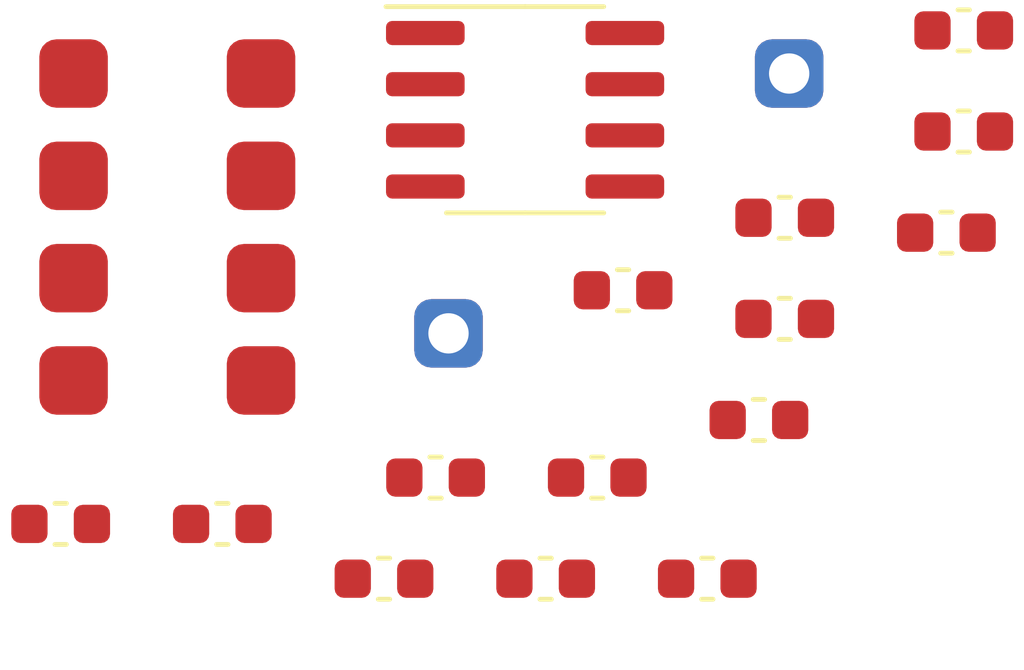
<source format=kicad_pcb>
(kicad_pcb (version 20211014) (generator pcbnew)
  (layers (0 "F.Cu" signal) (31 "B.Cu" signal) (34 "B.Paste" user) (35 "F.Paste" user) (36 "B.SilkS" user "B.Silkscreen") (37 "F.SilkS" user "F.Silkscreen") (38 "B.Mask" user) (39 "F.Mask" user) (44 "Edge.Cuts" user))
  (net 0 "")
  (net 1 "GND")
  (net 2 "Net-(C1-Pad2)")
  (net 3 "Net-(C2-Pad2)")
  (net 4 "Net-(C3-Pad2)")
  (net 5 "Net-(C4-Pad2)")
  (net 6 "Net-(C11-Pad2)")
  (net 7 "Net-(C12-Pad2)")
  (net 8 "Net-(C10-Pad1)")
  (net 9 "Net-(C10-Pad2)")
  (footprint "Capacitor_SMD:C_0603_1608Metric" (layer "F.Cu") (at 161.89 105.35)
    (fp_text reference "C13" hide)
    (fp_text value "C")
    (fp_line (start -0.14058 0.51) (end 0.14058 0.51) (layer "F.SilkS") (width 0.12))
    (fp_line (start -0.14058 -0.51) (end 0.14058 -0.51) (layer "F.SilkS") (width 0.12))
    (pad "1" smd roundrect locked (at -0.775 0) (size 0.9 0.95) (layers "F.Cu" "F.Paste" "F.Mask") (net 1 "GND"))
    (pad "2" smd roundrect locked (at 0.775 0) (size 0.9 0.95) (layers "F.Cu" "F.Paste" "F.Mask") (net 8 "Net-(C10-Pad1)"))
  )
  (footprint "Capacitor_SMD:C_0603_1608Metric" (layer "F.Cu") (at 168.25 91.74)
    (fp_text reference "C4" hide)
    (fp_text value "C")
    (fp_line (start -0.14058 -0.51) (end 0.14058 -0.51) (layer "F.SilkS") (width 0.12))
    (fp_line (start -0.14058 0.51) (end 0.14058 0.51) (layer "F.SilkS") (width 0.12))
    (pad "1" smd roundrect locked (at -0.775 0) (size 0.9 0.95) (layers "F.Cu" "F.Paste" "F.Mask") (net 1 "GND"))
    (pad "2" smd roundrect locked (at 0.775 0) (size 0.9 0.95) (layers "F.Cu" "F.Paste" "F.Mask") (net 5 "Net-(C4-Pad2)"))
  )
  (footprint "Connector_PinHeader_2.54mm:PinHeader_1x04_P2.54mm_Vertical" (layer "F.Cu") (at 150.82 92.81)
    (fp_text reference "J1" hide)
    (fp_text value "IO")
    (pad "1" smd roundrect (at 0 0) (size 1.7 1.7) (layers "F.Cu" "F.Paste" "F.Mask") (net 5 "Net-(C4-Pad2)"))
    (pad "2" smd roundrect (at 0 2.54) (size 1.7 1.7) (layers "F.Cu" "F.Paste" "F.Mask") (net 4 "Net-(C3-Pad2)"))
    (pad "3" smd roundrect (at 0 5.08) (size 1.7 1.7) (layers "F.Cu" "F.Paste" "F.Mask") (net 3 "Net-(C2-Pad2)"))
    (pad "4" smd roundrect (at 0 7.62) (size 1.7 1.7) (layers "F.Cu" "F.Paste" "F.Mask") (net 2 "Net-(C1-Pad2)"))
  )
  (footprint "Capacitor_SMD:C_0603_1608Metric" (layer "F.Cu") (at 168.25 94.25)
    (fp_text reference "C1" hide)
    (fp_text value "C")
    (fp_line (start -0.14058 -0.51) (end 0.14058 -0.51) (layer "F.SilkS") (width 0.12))
    (fp_line (start -0.14058 0.51) (end 0.14058 0.51) (layer "F.SilkS") (width 0.12))
    (pad "1" smd roundrect locked (at -0.775 0) (size 0.9 0.95) (layers "F.Cu" "F.Paste" "F.Mask") (net 1 "GND"))
    (pad "2" smd roundrect locked (at 0.775 0) (size 0.9 0.95) (layers "F.Cu" "F.Paste" "F.Mask") (net 2 "Net-(C1-Pad2)"))
  )
  (footprint "Capacitor_SMD:C_0603_1608Metric" (layer "F.Cu") (at 145.85 103.99)
    (fp_text reference "C11" hide)
    (fp_text value "C")
    (fp_line (start -0.14058 -0.51) (end 0.14058 -0.51) (layer "F.SilkS") (width 0.12))
    (fp_line (start -0.14058 0.51) (end 0.14058 0.51) (layer "F.SilkS") (width 0.12))
    (pad "1" smd roundrect locked (at -0.775 0) (size 0.9 0.95) (layers "F.Cu" "F.Paste" "F.Mask") (net 1 "GND"))
    (pad "2" smd roundrect locked (at 0.775 0) (size 0.9 0.95) (layers "F.Cu" "F.Paste" "F.Mask") (net 6 "Net-(C11-Pad2)"))
  )
  (footprint "Capacitor_SMD:C_0603_1608Metric" (layer "F.Cu") (at 163.17 101.41)
    (fp_text reference "C12" hide)
    (fp_text value "C")
    (fp_line (start -0.14058 0.51) (end 0.14058 0.51) (layer "F.SilkS") (width 0.12))
    (fp_line (start -0.14058 -0.51) (end 0.14058 -0.51) (layer "F.SilkS") (width 0.12))
    (pad "1" smd roundrect locked (at -0.775 0) (size 0.9 0.95) (layers "F.Cu" "F.Paste" "F.Mask") (net 1 "GND"))
    (pad "2" smd roundrect locked (at 0.775 0) (size 0.9 0.95) (layers "F.Cu" "F.Paste" "F.Mask") (net 7 "Net-(C12-Pad2)"))
  )
  (footprint "Capacitor_SMD:C_0603_1608Metric" (layer "F.Cu") (at 159.16 102.84)
    (fp_text reference "C14" hide)
    (fp_text value "C")
    (fp_line (start -0.14058 -0.51) (end 0.14058 -0.51) (layer "F.SilkS") (width 0.12))
    (fp_line (start -0.14058 0.51) (end 0.14058 0.51) (layer "F.SilkS") (width 0.12))
    (pad "1" smd roundrect locked (at -0.775 0) (size 0.9 0.95) (layers "F.Cu" "F.Paste" "F.Mask") (net 1 "GND"))
    (pad "2" smd roundrect locked (at 0.775 0) (size 0.9 0.95) (layers "F.Cu" "F.Paste" "F.Mask") (net 9 "Net-(C10-Pad2)"))
  )
  (footprint "Capacitor_SMD:C_0603_1608Metric" (layer "F.Cu") (at 167.82 96.76)
    (fp_text reference "C7" hide)
    (fp_text value "C")
    (fp_line (start -0.14058 -0.51) (end 0.14058 -0.51) (layer "F.SilkS") (width 0.12))
    (fp_line (start -0.14058 0.51) (end 0.14058 0.51) (layer "F.SilkS") (width 0.12))
    (pad "1" smd roundrect locked (at -0.775 0) (size 0.9 0.95) (layers "F.Cu" "F.Paste" "F.Mask") (net 4 "Net-(C3-Pad2)"))
    (pad "2" smd roundrect locked (at 0.775 0) (size 0.9 0.95) (layers "F.Cu" "F.Paste" "F.Mask") (net 5 "Net-(C4-Pad2)"))
  )
  (footprint "Capacitor_SMD:C_0603_1608Metric" (layer "F.Cu") (at 157.88 105.35)
    (fp_text reference "C3" hide)
    (fp_text value "C")
    (fp_line (start -0.14058 0.51) (end 0.14058 0.51) (layer "F.SilkS") (width 0.12))
    (fp_line (start -0.14058 -0.51) (end 0.14058 -0.51) (layer "F.SilkS") (width 0.12))
    (pad "1" smd roundrect locked (at -0.775 0) (size 0.9 0.95) (layers "F.Cu" "F.Paste" "F.Mask") (net 1 "GND"))
    (pad "2" smd roundrect locked (at 0.775 0) (size 0.9 0.95) (layers "F.Cu" "F.Paste" "F.Mask") (net 4 "Net-(C3-Pad2)"))
  )
  (footprint "Capacitor_SMD:C_0603_1608Metric" (layer "F.Cu") (at 155.15 102.84)
    (fp_text reference "C2" hide)
    (fp_text value "C")
    (fp_line (start -0.14058 -0.51) (end 0.14058 -0.51) (layer "F.SilkS") (width 0.12))
    (fp_line (start -0.14058 0.51) (end 0.14058 0.51) (layer "F.SilkS") (width 0.12))
    (pad "1" smd roundrect locked (at -0.775 0) (size 0.9 0.95) (layers "F.Cu" "F.Paste" "F.Mask") (net 1 "GND"))
    (pad "2" smd roundrect locked (at 0.775 0) (size 0.9 0.95) (layers "F.Cu" "F.Paste" "F.Mask") (net 3 "Net-(C2-Pad2)"))
  )
  (footprint "Package_SO:SOIC-8_3.9x4.9mm_P1.27mm" (layer "F.Cu") (at 157.37 93.71)
    (fp_text reference "U1" hide)
    (fp_text value "LM555xM")
    (fp_line (start 0 -2.56) (end 1.95 -2.56) (layer "F.SilkS") (width 0.12))
    (fp_line (start 0 2.56) (end -1.95 2.56) (layer "F.SilkS") (width 0.12))
    (fp_line (start 0 -2.56) (end -3.45 -2.56) (layer "F.SilkS") (width 0.12))
    (fp_line (start 0 2.56) (end 1.95 2.56) (layer "F.SilkS") (width 0.12))
    (pad "1" smd roundrect locked (at -2.475 -1.905) (size 1.95 0.6) (layers "F.Cu" "F.Paste" "F.Mask") (net 2 "Net-(C1-Pad2)"))
    (pad "2" smd roundrect locked (at -2.475 -0.635) (size 1.95 0.6) (layers "F.Cu" "F.Paste" "F.Mask") (net 3 "Net-(C2-Pad2)"))
    (pad "3" smd roundrect locked (at -2.475 0.635) (size 1.95 0.6) (layers "F.Cu" "F.Paste" "F.Mask") (net 4 "Net-(C3-Pad2)"))
    (pad "4" smd roundrect locked (at -2.475 1.905) (size 1.95 0.6) (layers "F.Cu" "F.Paste" "F.Mask") (net 5 "Net-(C4-Pad2)"))
    (pad "5" smd roundrect locked (at 2.475 1.905) (size 1.95 0.6) (layers "F.Cu" "F.Paste" "F.Mask") (net 9 "Net-(C10-Pad2)"))
    (pad "6" smd roundrect locked (at 2.475 0.635) (size 1.95 0.6) (layers "F.Cu" "F.Paste" "F.Mask") (net 8 "Net-(C10-Pad1)"))
    (pad "7" smd roundrect locked (at 2.475 -0.635) (size 1.95 0.6) (layers "F.Cu" "F.Paste" "F.Mask") (net 7 "Net-(C12-Pad2)"))
    (pad "8" smd roundrect locked (at 2.475 -1.905) (size 1.95 0.6) (layers "F.Cu" "F.Paste" "F.Mask") (net 6 "Net-(C11-Pad2)"))
  )
  (footprint "Capacitor_SMD:C_0603_1608Metric" (layer "F.Cu") (at 163.81 98.9)
    (fp_text reference "C5" hide)
    (fp_text value "C")
    (fp_line (start -0.14058 -0.51) (end 0.14058 -0.51) (layer "F.SilkS") (width 0.12))
    (fp_line (start -0.14058 0.51) (end 0.14058 0.51) (layer "F.SilkS") (width 0.12))
    (pad "1" smd roundrect locked (at -0.775 0) (size 0.9 0.95) (layers "F.Cu" "F.Paste" "F.Mask") (net 2 "Net-(C1-Pad2)"))
    (pad "2" smd roundrect locked (at 0.775 0) (size 0.9 0.95) (layers "F.Cu" "F.Paste" "F.Mask") (net 3 "Net-(C2-Pad2)"))
  )
  (footprint "Connector_PinHeader_2.54mm:PinHeader_1x01_P2.54mm_Vertical" (layer "F.Cu") (at 155.47 99.26)
    (fp_text reference "J4" hide)
    (fp_text value "ANC")
    (pad "1" thru_hole roundrect (at 0 0) (size 1.7 1.7) (drill 1) (layers *.Cu *.Mask) (net 1 "GND"))
  )
  (footprint "Connector_PinHeader_2.54mm:PinHeader_1x04_P2.54mm_Vertical" (layer "F.Cu") (at 146.17 92.81)
    (fp_text reference "J2" hide)
    (fp_text value "IO")
    (pad "1" smd roundrect (at 0 0) (size 1.7 1.7) (layers "F.Cu" "F.Paste" "F.Mask") (net 6 "Net-(C11-Pad2)"))
    (pad "2" smd roundrect (at 0 2.54) (size 1.7 1.7) (layers "F.Cu" "F.Paste" "F.Mask") (net 7 "Net-(C12-Pad2)"))
    (pad "3" smd roundrect (at 0 5.08) (size 1.7 1.7) (layers "F.Cu" "F.Paste" "F.Mask") (net 8 "Net-(C10-Pad1)"))
    (pad "4" smd roundrect (at 0 7.62) (size 1.7 1.7) (layers "F.Cu" "F.Paste" "F.Mask") (net 9 "Net-(C10-Pad2)"))
  )
  (footprint "Capacitor_SMD:C_0603_1608Metric" (layer "F.Cu") (at 153.87 105.35)
    (fp_text reference "C8" hide)
    (fp_text value "C")
    (fp_line (start -0.14058 -0.51) (end 0.14058 -0.51) (layer "F.SilkS") (width 0.12))
    (fp_line (start -0.14058 0.51) (end 0.14058 0.51) (layer "F.SilkS") (width 0.12))
    (pad "1" smd roundrect locked (at -0.775 0) (size 0.9 0.95) (layers "F.Cu" "F.Paste" "F.Mask") (net 6 "Net-(C11-Pad2)"))
    (pad "2" smd roundrect locked (at 0.775 0) (size 0.9 0.95) (layers "F.Cu" "F.Paste" "F.Mask") (net 7 "Net-(C12-Pad2)"))
  )
  (footprint "Capacitor_SMD:C_0603_1608Metric" (layer "F.Cu") (at 149.86 103.99)
    (fp_text reference "C10" hide)
    (fp_text value "C")
    (fp_line (start -0.14058 -0.51) (end 0.14058 -0.51) (layer "F.SilkS") (width 0.12))
    (fp_line (start -0.14058 0.51) (end 0.14058 0.51) (layer "F.SilkS") (width 0.12))
    (pad "1" smd roundrect locked (at -0.775 0) (size 0.9 0.95) (layers "F.Cu" "F.Paste" "F.Mask") (net 8 "Net-(C10-Pad1)"))
    (pad "2" smd roundrect locked (at 0.775 0) (size 0.9 0.95) (layers "F.Cu" "F.Paste" "F.Mask") (net 9 "Net-(C10-Pad2)"))
  )
  (footprint "Capacitor_SMD:C_0603_1608Metric" (layer "F.Cu") (at 159.8 98.19)
    (fp_text reference "C9" hide)
    (fp_text value "C")
    (fp_line (start -0.14058 0.51) (end 0.14058 0.51) (layer "F.SilkS") (width 0.12))
    (fp_line (start -0.14058 -0.51) (end 0.14058 -0.51) (layer "F.SilkS") (width 0.12))
    (pad "1" smd roundrect locked (at -0.775 0) (size 0.9 0.95) (layers "F.Cu" "F.Paste" "F.Mask") (net 7 "Net-(C12-Pad2)"))
    (pad "2" smd roundrect locked (at 0.775 0) (size 0.9 0.95) (layers "F.Cu" "F.Paste" "F.Mask") (net 8 "Net-(C10-Pad1)"))
  )
  (footprint "Connector_PinHeader_2.54mm:PinHeader_1x01_P2.54mm_Vertical" (layer "F.Cu") (at 163.92 92.81)
    (fp_text reference "J3" hide)
    (fp_text value "ANC")
    (pad "1" thru_hole roundrect (at 0 0) (size 1.7 1.7) (drill 1) (layers *.Cu *.Mask) (net 1 "GND"))
  )
  (footprint "Capacitor_SMD:C_0603_1608Metric" (layer "F.Cu") (at 163.81 96.39)
    (fp_text reference "C6" hide)
    (fp_text value "C")
    (fp_line (start -0.14058 -0.51) (end 0.14058 -0.51) (layer "F.SilkS") (width 0.12))
    (fp_line (start -0.14058 0.51) (end 0.14058 0.51) (layer "F.SilkS") (width 0.12))
    (pad "1" smd roundrect locked (at -0.775 0) (size 0.9 0.95) (layers "F.Cu" "F.Paste" "F.Mask") (net 3 "Net-(C2-Pad2)"))
    (pad "2" smd roundrect locked (at 0.775 0) (size 0.9 0.95) (layers "F.Cu" "F.Paste" "F.Mask") (net 4 "Net-(C3-Pad2)"))
  )
)
</source>
